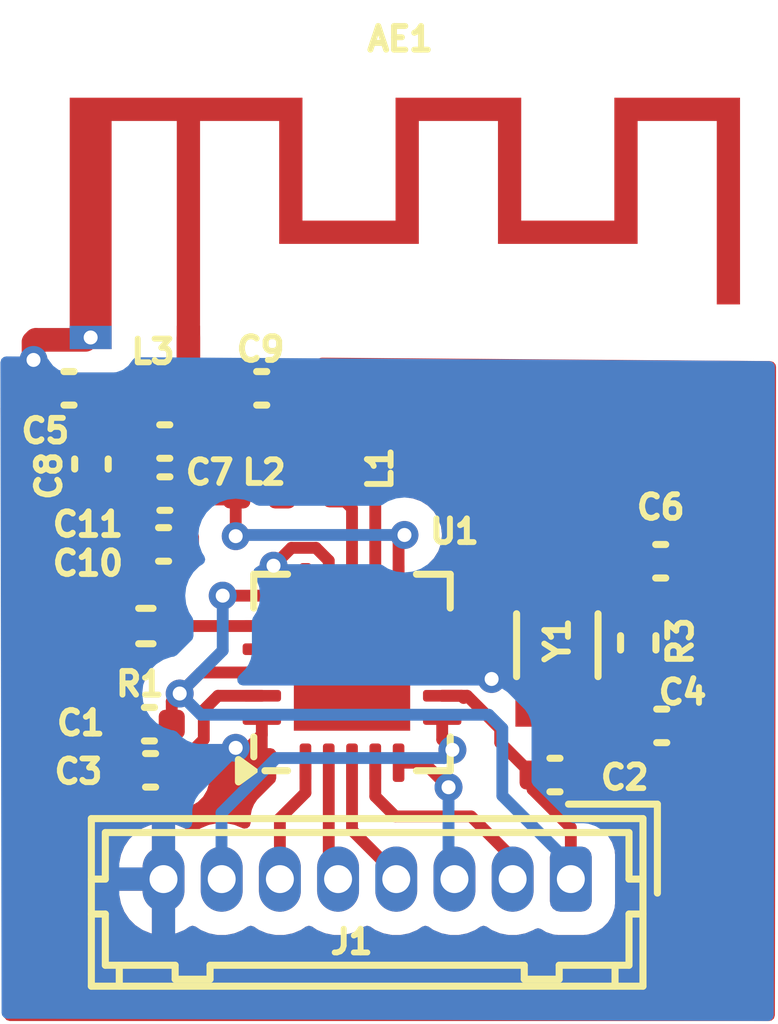
<source format=kicad_pcb>
(kicad_pcb (version 20240108) (generator "pcbnew") (generator_version "8.0")
  (layers (0 "F.Cu" signal) (31 "B.Cu" signal) (34 "B.Paste" user) (35 "F.Paste" user) (36 "B.SilkS" user "B.Silkscreen") (37 "F.SilkS" user "F.Silkscreen") (38 "B.Mask" user) (39 "F.Mask" user) (44 "Edge.Cuts" user))
  (net 0 "")
  (net 1 "Net-(AE1-A)")
  (net 2 "VDD")
  (net 3 "GND")
  (net 4 "Net-(U1-DVDD)")
  (net 5 "Net-(U1-XC2)")
  (net 6 "Net-(C5-Pad2)")
  (net 7 "Net-(U1-XC1)")
  (net 8 "Net-(C7-Pad1)")
  (net 9 "Net-(U1-VDD_PA)")
  (net 10 "Net-(J1-Pin_4)")
  (net 11 "Net-(J1-Pin_5)")
  (net 12 "Net-(J1-Pin_2)")
  (net 13 "Net-(J1-Pin_3)")
  (net 14 "Net-(U1-ANT2)")
  (net 15 "Net-(U1-ANT1)")
  (net 16 "Net-(U1-IREF)")
  (net 17 "Net-(J1-Pin_6)")
  (net 18 "Net-(J1-Pin_7)")
  (footprint "Capacitor_SMD:C_0402_1005Metric" (layer "F.Cu") (at 146.939 96.4946 180)
    (property "Reference" "C3" (at 1.5494 -0.0254 360) (layer "F.SilkS") (effects (font (size 0.508 0.508) (thickness 0.1524))))
    (property "Value" "33nF")
    (fp_line (start -0.107836 0.36) (end 0.107836 0.36) (stroke (width 0.1524)) (layer "F.SilkS"))
    (fp_line (start -0.107836 -0.36) (end 0.107836 -0.36) (stroke (width 0.1524)) (layer "F.SilkS"))
    (pad "1" smd roundrect (at -0.48 0 180) (size 0.56 0.62) (layers "F.Cu" "F.Paste" "F.Mask") (net 4 "Net-(U1-DVDD)"))
    (pad "2" smd roundrect (at 0.48 0 180) (size 0.56 0.62) (layers "F.Cu" "F.Paste" "F.Mask") (net 3 "GND"))
  )
  (footprint "Capacitor_SMD:C_0402_1005Metric" (layer "F.Cu") (at 157.9201 95.5402)
    (property "Reference" "C4" (at 0.4489 -0.722 360) (layer "F.SilkS") (effects (font (size 0.508 0.508) (thickness 0.1524))))
    (property "Value" "22p")
    (fp_line (start -0.107836 -0.36) (end 0.107836 -0.36) (stroke (width 0.1524)) (layer "F.SilkS"))
    (fp_line (start -0.107836 0.36) (end 0.107836 0.36) (stroke (width 0.1524)) (layer "F.SilkS"))
    (pad "1" smd roundrect (at -0.48 0) (size 0.56 0.62) (layers "F.Cu" "F.Paste" "F.Mask") (net 5 "Net-(U1-XC2)"))
    (pad "2" smd roundrect (at 0.48 0) (size 0.56 0.62) (layers "F.Cu" "F.Paste" "F.Mask") (net 3 "GND"))
  )
  (footprint "Capacitor_SMD:C_0402_1005Metric" (layer "F.Cu") (at 146.9136 95.504)
    (property "Reference" "C1" (at -1.4732 -0.0254 360) (layer "F.SilkS") (effects (font (size 0.508 0.508) (thickness 0.1524))))
    (property "Value" "10nF")
    (fp_line (start -0.107836 -0.36) (end 0.107836 -0.36) (stroke (width 0.1524)) (layer "F.SilkS"))
    (fp_line (start -0.107836 0.36) (end 0.107836 0.36) (stroke (width 0.1524)) (layer "F.SilkS"))
    (pad "1" smd roundrect (at -0.48 0) (size 0.56 0.62) (layers "F.Cu" "F.Paste" "F.Mask") (net 3 "GND"))
    (pad "2" smd roundrect (at 0.48 0) (size 0.56 0.62) (layers "F.Cu" "F.Paste" "F.Mask") (net 2 "VDD"))
  )
  (footprint "Capacitor_SMD:C_0402_1005Metric" (layer "F.Cu") (at 157.8978 92.0044)
    (property "Reference" "C6" (at 0 -1.16 360) (layer "F.SilkS") (effects (font (size 0.508 0.508) (thickness 0.1524))))
    (property "Value" "22p")
    (fp_line (start -0.107836 -0.36) (end 0.107836 -0.36) (stroke (width 0.1524)) (layer "F.SilkS"))
    (fp_line (start -0.107836 0.36) (end 0.107836 0.36) (stroke (width 0.1524)) (layer "F.SilkS"))
    (pad "1" smd roundrect (at -0.48 0) (size 0.56 0.62) (layers "F.Cu" "F.Paste" "F.Mask") (net 7 "Net-(U1-XC1)"))
    (pad "2" smd roundrect (at 0.48 0) (size 0.56 0.62) (layers "F.Cu" "F.Paste" "F.Mask") (net 3 "GND"))
  )
  (footprint "Crystal:Crystal_SMD_3215-2Pin_3.2x1.5mm" (layer "F.Cu") (at 155.6766 93.8076 -90)
    (property "Reference" "Y1" (at -0.107 0 90) (layer "F.SilkS") (effects (font (size 0.508 0.508) (thickness 0.1524))))
    (property "Value" "16MHz")
    (fp_line (start -0.675 0.875) (end 0.675 0.875) (stroke (width 0.1524)) (layer "F.SilkS"))
    (fp_line (start -0.675 -0.875) (end 0.675 -0.875) (stroke (width 0.1524)) (layer "F.SilkS"))
    (pad "1" smd rect (at 1.25 0 270) (size 1 1.8) (layers "F.Cu" "F.Paste" "F.Mask") (net 5 "Net-(U1-XC2)"))
    (pad "2" smd rect (at -1.25 0 270) (size 1 1.8) (layers "F.Cu" "F.Paste" "F.Mask") (net 7 "Net-(U1-XC1)"))
  )
  (footprint "Capacitor_SMD:C_0402_1005Metric" (layer "F.Cu") (at 155.6258 96.5962 180)
    (property "Reference" "C2" (at -1.4986 -0.0508 360) (layer "F.SilkS") (effects (font (size 0.508 0.508) (thickness 0.1524))))
    (property "Value" "1nF")
    (fp_line (start -0.107836 0.36) (end 0.107836 0.36) (stroke (width 0.1524)) (layer "F.SilkS"))
    (fp_line (start -0.107836 -0.36) (end 0.107836 -0.36) (stroke (width 0.1524)) (layer "F.SilkS"))
    (pad "1" smd roundrect (at -0.48 0 180) (size 0.56 0.62) (layers "F.Cu" "F.Paste" "F.Mask") (net 3 "GND"))
    (pad "2" smd roundrect (at 0.48 0 180) (size 0.56 0.62) (layers "F.Cu" "F.Paste" "F.Mask") (net 2 "VDD"))
  )
  (footprint "Capacitor_SMD:C_0402_1005Metric" (layer "F.Cu") (at 149.3266 88.2904 180)
    (property "Reference" "C9" (at 0.0254 0.8382 360) (layer "F.SilkS") (effects (font (size 0.508 0.508) (thickness 0.1524))))
    (property "Value" "Cx")
    (fp_line (start -0.107836 0.36) (end 0.107836 0.36) (stroke (width 0.1524)) (layer "F.SilkS"))
    (fp_line (start -0.107836 -0.36) (end 0.107836 -0.36) (stroke (width 0.1524)) (layer "F.SilkS"))
    (pad "1" smd roundrect (at -0.48 0 180) (size 0.56 0.62) (layers "F.Cu" "F.Paste" "F.Mask") (net 3 "GND"))
    (pad "2" smd roundrect (at 0.48 0 180) (size 0.56 0.62) (layers "F.Cu" "F.Paste" "F.Mask") (net 1 "Net-(AE1-A)"))
  )
  (footprint "Connector_Hirose:Hirose_DF13-08P-1.25DSA_1x08_P1.25mm_Vertical" (layer "F.Cu") (at 155.9668 98.8314 180)
    (property "Reference" "J1" (at 4.7098 -1.3462 360) (layer "F.SilkS") (effects (font (size 0.508 0.508) (thickness 0.1524))))
    (property "Value" "Conn_01x08_Pin")
    (fp_line (start 10.3 1.3) (end 10.3 -2.3) (stroke (width 0.1524)) (layer "F.SilkS"))
    (fp_line (start 10.3 -0.75) (end 10 -0.75) (stroke (width 0.1524)) (layer "F.SilkS"))
    (fp_line (start 10.3 -2.3) (end -1.55 -2.3) (stroke (width 0.1524)) (layer "F.SilkS"))
    (fp_line (start 10 1) (end 10 0) (stroke (width 0.1524)) (layer "F.SilkS"))
    (fp_line (start 10 0) (end 10.3 0) (stroke (width 0.1524)) (layer "F.SilkS"))
    (fp_line (start 10 -0.75) (end 10 -1.85) (stroke (width 0.1524)) (layer "F.SilkS"))
    (fp_line (start 10 -1.85) (end 9.7 -1.85) (stroke (width 0.1524)) (layer "F.SilkS"))
    (fp_line (start 9.7 -1.85) (end 9.7 -2.3) (stroke (width 0.1524)) (layer "F.SilkS"))
    (fp_line (start 8.5 -1.85) (end 9.7 -1.85) (stroke (width 0.1524)) (layer "F.SilkS"))
    (fp_line (start 8.5 -2.15) (end 8.5 -1.85) (stroke (width 0.1524)) (layer "F.SilkS"))
    (fp_line (start 7.75 -1.85) (end 7.75 -2.15) (stroke (width 0.1524)) (layer "F.SilkS"))
    (fp_line (start 7.75 -2.15) (end 8.5 -2.15) (stroke (width 0.1524)) (layer "F.SilkS"))
    (fp_line (start 1 -1.85) (end 7.75 -1.85) (stroke (width 0.1524)) (layer "F.SilkS"))
    (fp_line (start 1 -2.15) (end 1 -1.85) (stroke (width 0.1524)) (layer "F.SilkS"))
    (fp_line (start 0.25 -1.85) (end 0.25 -2.15) (stroke (width 0.1524)) (layer "F.SilkS"))
    (fp_line (start 0.25 -2.15) (end 1 -2.15) (stroke (width 0.1524)) (layer "F.SilkS"))
    (fp_line (start -0.95 -1.85) (end 0.25 -1.85) (stroke (width 0.1524)) (layer "F.SilkS"))
    (fp_line (start -0.95 -1.85) (end -0.95 -2.3) (stroke (width 0.1524)) (layer "F.SilkS"))
    (fp_line (start -1.25 1) (end 10 1) (stroke (width 0.1524)) (layer "F.SilkS"))
    (fp_line (start -1.25 0) (end -1.25 1) (stroke (width 0.1524)) (layer "F.SilkS"))
    (fp_line (start -1.25 -0.75) (end -1.25 -1.85) (stroke (width 0.1524)) (layer "F.SilkS"))
    (fp_line (start -1.25 -1.85) (end -0.95 -1.85) (stroke (width 0.1524)) (layer "F.SilkS"))
    (fp_line (start -1.55 1.3) (end 10.3 1.3) (stroke (width 0.1524)) (layer "F.SilkS"))
    (fp_line (start -1.55 0) (end -1.25 0) (stroke (width 0.1524)) (layer "F.SilkS"))
    (fp_line (start -1.55 -0.75) (end -1.25 -0.75) (stroke (width 0.1524)) (layer "F.SilkS"))
    (fp_line (start -1.55 -2.3) (end -1.55 1.3) (stroke (width 0.1524)) (layer "F.SilkS"))
    (fp_line (start -1.86 1.61) (end 0.05 1.61) (stroke (width 0.1524)) (layer "F.SilkS"))
    (fp_line (start -1.86 -0.3) (end -1.86 1.61) (stroke (width 0.1524)) (layer "F.SilkS"))
    (pad "1" thru_hole roundrect (at 0 0 180) (size 0.9 1.4) (drill 0.6) (layers "*.Cu" "*.Mask") (net 2 "VDD"))
    (pad "2" thru_hole oval (at 1.25 0 180) (size 0.9 1.4) (drill 0.6) (layers "*.Cu" "*.Mask") (net 12 "Net-(J1-Pin_2)"))
    (pad "3" thru_hole oval (at 2.5 0 180) (size 0.9 1.4) (drill 0.6) (layers "*.Cu" "*.Mask") (net 13 "Net-(J1-Pin_3)"))
    (pad "4" thru_hole oval (at 3.75 0 180) (size 0.9 1.4) (drill 0.6) (layers "*.Cu" "*.Mask") (net 10 "Net-(J1-Pin_4)"))
    (pad "5" thru_hole oval (at 5 0 180) (size 0.9 1.4) (drill 0.6) (layers "*.Cu" "*.Mask") (net 11 "Net-(J1-Pin_5)"))
    (pad "6" thru_hole oval (at 6.25 0 180) (size 0.9 1.4) (drill 0.6) (layers "*.Cu" "*.Mask") (net 17 "Net-(J1-Pin_6)"))
    (pad "7" thru_hole oval (at 7.5 0 180) (size 0.9 1.4) (drill 0.6) (layers "*.Cu" "*.Mask") (net 18 "Net-(J1-Pin_7)"))
    (pad "8" thru_hole oval (at 8.75 0 180) (size 0.9 1.4) (drill 0.6) (layers "*.Cu" "*.Mask") (net 3 "GND"))
  )
  (footprint "Capacitor_SMD:C_0402_1005Metric" (layer "F.Cu") (at 145.669 89.916 90)
    (property "Reference" "C8" (at -0.254 -0.9144 90) (layer "F.SilkS") (effects (font (size 0.508 0.508) (thickness 0.1524))))
    (property "Value" "Cx")
    (fp_line (start -0.107836 -0.36) (end 0.107836 -0.36) (stroke (width 0.1524)) (layer "F.SilkS"))
    (fp_line (start -0.107836 0.36) (end 0.107836 0.36) (stroke (width 0.1524)) (layer "F.SilkS"))
    (pad "1" smd roundrect (at -0.48 0 90) (size 0.56 0.62) (layers "F.Cu" "F.Paste" "F.Mask") (net 3 "GND"))
    (pad "2" smd roundrect (at 0.48 0 90) (size 0.56 0.62) (layers "F.Cu" "F.Paste" "F.Mask") (net 6 "Net-(C5-Pad2)"))
  )
  (footprint "Capacitor_SMD:C_0402_1005Metric" (layer "F.Cu") (at 145.1864 88.2904)
    (property "Reference" "C5" (at -0.508 0.9144 360) (layer "F.SilkS") (effects (font (size 0.508 0.508) (thickness 0.1524))))
    (property "Value" "1pF")
    (fp_line (start -0.107836 -0.36) (end 0.107836 -0.36) (stroke (width 0.1524)) (layer "F.SilkS"))
    (fp_line (start -0.107836 0.36) (end 0.107836 0.36) (stroke (width 0.1524)) (layer "F.SilkS"))
    (pad "1" smd roundrect (at -0.48 0) (size 0.56 0.62) (layers "F.Cu" "F.Paste" "F.Mask") (net 3 "GND"))
    (pad "2" smd roundrect (at 0.48 0) (size 0.56 0.62) (layers "F.Cu" "F.Paste" "F.Mask") (net 6 "Net-(C5-Pad2)"))
  )
  (footprint "Package_DFN_QFN:QFN-20-1EP_4x4mm_P0.5mm_EP2.5x2.5mm" (layer "F.Cu") (at 151.2664 94.3935 90)
    (property "Reference" "U1" (at 3.0297 2.2004 180) (layer "F.SilkS") (effects (font (size 0.508 0.508) (thickness 0.1524))))
    (property "Value" "NRF24L01")
    (fp_line (start 2.11 -2.11) (end 2.11 -1.385) (stroke (width 0.1524)) (layer "F.SilkS"))
    (fp_line (start 1.385 -2.11) (end 2.11 -2.11) (stroke (width 0.1524)) (layer "F.SilkS"))
    (fp_line (start -1.385 -2.11) (end -1.81 -2.11) (stroke (width 0.1524)) (layer "F.SilkS"))
    (fp_line (start -2.11 -1.385) (end -2.11 -1.87) (stroke (width 0.1524)) (layer "F.SilkS"))
    (fp_line (start 2.11 2.11) (end 2.11 1.385) (stroke (width 0.1524)) (layer "F.SilkS"))
    (fp_line (start 1.385 2.11) (end 2.11 2.11) (stroke (width 0.1524)) (layer "F.SilkS"))
    (fp_line (start -1.385 2.11) (end -2.11 2.11) (stroke (width 0.1524)) (layer "F.SilkS"))
    (fp_line (start -2.11 2.11) (end -2.11 1.385) (stroke (width 0.1524)) (layer "F.SilkS"))
    (fp_poly (pts (xy -2.11 -2.11) (xy -2.35 -2.44) (xy -1.87 -2.44) (xy -2.11 -2.11)) (stroke (width 0.1524)) (fill solid) (layer "F.SilkS"))
    (pad "1" smd roundrect (at -1.9375 -1 90) (size 0.825 0.25) (layers "F.Cu" "F.Paste" "F.Mask") (net 17 "Net-(J1-Pin_6)"))
    (pad "2" smd roundrect (at -1.9375 -0.5 90) (size 0.825 0.25) (layers "F.Cu" "F.Paste" "F.Mask") (net 11 "Net-(J1-Pin_5)"))
    (pad "3" smd roundrect (at -1.9375 0 90) (size 0.825 0.25) (layers "F.Cu" "F.Paste" "F.Mask") (net 10 "Net-(J1-Pin_4)"))
    (pad "4" smd roundrect (at -1.9375 0.5 90) (size 0.825 0.25) (layers "F.Cu" "F.Paste" "F.Mask") (net 12 "Net-(J1-Pin_2)"))
    (pad "5" smd roundrect (at -1.9375 1 90) (size 0.825 0.25) (layers "F.Cu" "F.Paste" "F.Mask") (net 13 "Net-(J1-Pin_3)"))
    (pad "6" smd roundrect (at -1 1.9375 90) (size 0.25 0.825) (layers "F.Cu" "F.Paste" "F.Mask") (net 18 "Net-(J1-Pin_7)"))
    (pad "7" smd roundrect (at -0.5 1.9375 90) (size 0.25 0.825) (layers "F.Cu" "F.Paste" "F.Mask") (net 2 "VDD"))
    (pad "8" smd roundrect (at 0 1.9375 90) (size 0.25 0.825) (layers "F.Cu" "F.Paste" "F.Mask") (net 3 "GND"))
    (pad "9" smd roundrect (at 0.5 1.9375 90) (size 0.25 0.825) (layers "F.Cu" "F.Paste" "F.Mask") (net 5 "Net-(U1-XC2)"))
    (pad "10" smd roundrect (at 1 1.9375 90) (size 0.25 0.825) (layers "F.Cu" "F.Paste" "F.Mask") (net 7 "Net-(U1-XC1)"))
    (pad "11" smd roundrect (at 1.9375 1 90) (size 0.825 0.25) (layers "F.Cu" "F.Paste" "F.Mask") (net 9 "Net-(U1-VDD_PA)"))
    (pad "12" smd roundrect (at 1.9375 0.5 90) (size 0.825 0.25) (layers "F.Cu" "F.Paste" "F.Mask") (net 15 "Net-(U1-ANT1)"))
    (pad "13" smd roundrect (at 1.9375 0 90) (size 0.825 0.25) (layers "F.Cu" "F.Paste" "F.Mask") (net 14 "Net-(U1-ANT2)"))
    (pad "14" smd roundrect (at 1.9375 -0.5 90) (size 0.825 0.25) (layers "F.Cu" "F.Paste" "F.Mask") (net 3 "GND"))
    (pad "15" smd roundrect (at 1.9375 -1 90) (size 0.825 0.25) (layers "F.Cu" "F.Paste" "F.Mask") (net 2 "VDD"))
    (pad "16" smd roundrect (at 1 -1.9375 90) (size 0.25 0.825) (layers "F.Cu" "F.Paste" "F.Mask") (net 16 "Net-(U1-IREF)"))
    (pad "17" smd roundrect (at 0.5 -1.9375 90) (size 0.25 0.825) (layers "F.Cu" "F.Paste" "F.Mask") (net 3 "GND"))
    (pad "18" smd roundrect (at 0 -1.9375 90) (size 0.25 0.825) (layers "F.Cu" "F.Paste" "F.Mask") (net 2 "VDD"))
    (pad "19" smd roundrect (at -0.5 -1.9375 90) (size 0.25 0.825) (layers "F.Cu" "F.Paste" "F.Mask") (net 4 "Net-(U1-DVDD)"))
    (pad "20" smd roundrect (at -1 -1.9375 90) (size 0.25 0.825) (layers "F.Cu" "F.Paste" "F.Mask") (net 3 "GND"))
    (pad "21" smd rect (at 0 0 90) (size 2.5 2.5) (property pad_prop_heatsink) (layers "F.Cu" "F.Mask"))
  )
  (footprint "Inductor_SMD:L_0402_1005Metric" (layer "F.Cu") (at 149.3266 89.4842 180)
    (property "Reference" "L2" (at -0.0508 -0.6096 360) (layer "F.SilkS") (effects (font (size 0.508 0.508) (thickness 0.1524))))
    (property "Value" "3.9n")
    (pad "1" smd roundrect (at -0.485 0 180) (size 0.59 0.64) (layers "F.Cu" "F.Paste" "F.Mask") (net 15 "Net-(U1-ANT1)"))
    (pad "2" smd roundrect (at 0.485 0 180) (size 0.59 0.64) (layers "F.Cu" "F.Paste" "F.Mask") (net 8 "Net-(C7-Pad1)"))
  )
  (footprint "Capacitor_SMD:C_0402_1005Metric" (layer "F.Cu") (at 147.2438 89.4334 180)
    (property "Reference" "C7" (at -0.9652 -0.6604 360) (layer "F.SilkS") (effects (font (size 0.508 0.508) (thickness 0.1524))))
    (property "Value" "1.5pF")
    (fp_line (start -0.107836 0.36) (end 0.107836 0.36) (stroke (width 0.1524)) (layer "F.SilkS"))
    (fp_line (start -0.107836 -0.36) (end 0.107836 -0.36) (stroke (width 0.1524)) (layer "F.SilkS"))
    (pad "1" smd roundrect (at -0.48 0 180) (size 0.56 0.62) (layers "F.Cu" "F.Paste" "F.Mask") (net 8 "Net-(C7-Pad1)"))
    (pad "2" smd roundrect (at 0.48 0 180) (size 0.56 0.62) (layers "F.Cu" "F.Paste" "F.Mask") (net 6 "Net-(C5-Pad2)"))
  )
  (footprint "Resistor_SMD:R_0402_1005Metric" (layer "F.Cu") (at 146.8374 93.3958 180)
    (property "Reference" "R1" (at 0.127 -1.2446 360) (layer "F.SilkS") (effects (font (size 0.508 0.508) (thickness 0.1524))))
    (property "Value" "22K")
    (fp_line (start -0.153641 0.38) (end 0.153641 0.38) (stroke (width 0.1524)) (layer "F.SilkS"))
    (fp_line (start -0.153641 -0.38) (end 0.153641 -0.38) (stroke (width 0.1524)) (layer "F.SilkS"))
    (pad "1" smd roundrect (at -0.51 0 180) (size 0.54 0.64) (layers "F.Cu" "F.Paste" "F.Mask") (net 16 "Net-(U1-IREF)"))
    (pad "2" smd roundrect (at 0.51 0 180) (size 0.54 0.64) (layers "F.Cu" "F.Paste" "F.Mask") (net 3 "GND"))
  )
  (footprint "Inductor_SMD:L_0402_1005Metric" (layer "F.Cu") (at 147.3176 88.3158)
    (property "Reference" "L3" (at -0.3278 -0.8128 360) (layer "F.SilkS") (effects (font (size 0.508 0.508) (thickness 0.1524))))
    (property "Value" "Lx")
    (pad "1" smd roundrect (at -0.485 0) (size 0.59 0.64) (layers "F.Cu" "F.Paste" "F.Mask") (net 6 "Net-(C5-Pad2)"))
    (pad "2" smd roundrect (at 0.485 0) (size 0.59 0.64) (layers "F.Cu" "F.Paste" "F.Mask") (net 1 "Net-(AE1-A)"))
  )
  (footprint "Capacitor_SMD:C_0402_1005Metric" (layer "F.Cu") (at 147.2184 91.6432 180)
    (property "Reference" "C10" (at 1.6256 -0.4064 360) (layer "F.SilkS") (effects (font (size 0.508 0.508) (thickness 0.1524))))
    (property "Value" "Cx")
    (fp_line (start -0.107836 0.36) (end 0.107836 0.36) (stroke (width 0.1524)) (layer "F.SilkS"))
    (fp_line (start -0.107836 -0.36) (end 0.107836 -0.36) (stroke (width 0.1524)) (layer "F.SilkS"))
    (pad "1" smd roundrect (at -0.48 0 180) (size 0.56 0.62) (layers "F.Cu" "F.Paste" "F.Mask") (net 9 "Net-(U1-VDD_PA)"))
    (pad "2" smd roundrect (at 0.48 0 180) (size 0.56 0.62) (layers "F.Cu" "F.Paste" "F.Mask") (net 3 "GND"))
  )
  (footprint "Inductor_SMD:L_0402_1005Metric" (layer "F.Cu") (at 150.9522 90.0684 -90)
    (property "Reference" "L1" (at -0.0508 -0.9144 90) (layer "F.SilkS") (effects (font (size 0.508 0.508) (thickness 0.1524))))
    (property "Value" "8.2nH")
    (pad "1" smd roundrect (at -0.485 0 270) (size 0.59 0.64) (layers "F.Cu" "F.Paste" "F.Mask") (net 15 "Net-(U1-ANT1)"))
    (pad "2" smd roundrect (at 0.485 0 270) (size 0.59 0.64) (layers "F.Cu" "F.Paste" "F.Mask") (net 14 "Net-(U1-ANT2)"))
  )
  (footprint "Inductor_SMD:L_0402_1005Metric" (layer "F.Cu") (at 149.2734 90.551 180)
    (property "Reference" "L4" (hide yes))
    (property "Value" "2.7n")
    (pad "1" smd roundrect (at -0.485 0 180) (size 0.59 0.64) (layers "F.Cu" "F.Paste" "F.Mask") (net 14 "Net-(U1-ANT2)"))
    (pad "2" smd roundrect (at 0.485 0 180) (size 0.59 0.64) (layers "F.Cu" "F.Paste" "F.Mask") (net 9 "Net-(U1-VDD_PA)"))
  )
  (footprint "Capacitor_SMD:C_0402_1005Metric" (layer "F.Cu") (at 147.2464 90.551 180)
    (property "Reference" "C11" (at 1.6536 -0.6604 360) (layer "F.SilkS") (effects (font (size 0.508 0.508) (thickness 0.1524))))
    (property "Value" "Cx")
    (fp_line (start -0.107836 0.36) (end 0.107836 0.36) (stroke (width 0.1524)) (layer "F.SilkS"))
    (fp_line (start -0.107836 -0.36) (end 0.107836 -0.36) (stroke (width 0.1524)) (layer "F.SilkS"))
    (pad "1" smd roundrect (at -0.48 0 180) (size 0.56 0.62) (layers "F.Cu" "F.Paste" "F.Mask") (net 9 "Net-(U1-VDD_PA)"))
    (pad "2" smd roundrect (at 0.48 0 180) (size 0.56 0.62) (layers "F.Cu" "F.Paste" "F.Mask") (net 3 "GND"))
  )
  (footprint "Resistor_SMD:R_0402_1005Metric" (layer "F.Cu") (at 157.4152 93.757 90)
    (property "Reference" "R3" (at 0.031 0.903 90) (layer "F.SilkS") (effects (font (size 0.508 0.508) (thickness 0.1524))))
    (property "Value" "10M")
    (fp_line (start -0.153641 -0.38) (end 0.153641 -0.38) (stroke (width 0.1524)) (layer "F.SilkS"))
    (fp_line (start -0.153641 0.38) (end 0.153641 0.38) (stroke (width 0.1524)) (layer "F.SilkS"))
    (pad "1" smd roundrect (at -0.51 0 90) (size 0.54 0.64) (layers "F.Cu" "F.Paste" "F.Mask") (net 5 "Net-(U1-XC2)"))
    (pad "2" smd roundrect (at 0.51 0 90) (size 0.54 0.64) (layers "F.Cu" "F.Paste" "F.Mask") (net 7 "Net-(U1-XC1)"))
  )
  (footprint "RF_Antenna:Texas_SWRA117D_2.4GHz_Right" (layer "F.Cu") (at 147.7518 87.1982)
    (property "Reference" "AE1" (at 4.55 -6.41 0) (layer "F.SilkS") (effects (font (size 0.508 0.508) (thickness 0.1524))))
    (property "Value" "Antenna")
    (fp_poly (pts (xy 2.45 -2.51) (xy 4.45 -2.51) (xy 4.45 -5.15) (xy 7.15 -5.15) (xy 7.15 -2.51) (xy 9.15 -2.51) (xy 9.15 -5.15) (xy 11.85 -5.15) (xy 11.85 -0.71) (xy 11.35 -0.71) (xy 11.35 -4.65) (xy 9.65 -4.65) (xy 9.65 -2.01) (xy 6.65 -2.01) (xy 6.65 -4.65) (xy 4.95 -4.65) (xy 4.95 -2.01) (xy 1.95 -2.01) (xy 1.95 -4.65) (xy 0.25 -4.65) (xy 0.25 0.25) (xy -0.25 0.25) (xy -0.25 -4.65) (xy -1.65 -4.65) (xy -1.65 0.25) (xy -2.55 0.25) (xy -2.55 0.006785) (xy -2.247583 0.006785) (xy -2.237742 0.054395) (xy -2.213674 0.096797) (xy -2.175731 0.129581) (xy -2.167819 0.133935) (xy -2.125156 0.146043) (xy -2.076637 0.1453) (xy -2.031122 0.1324) (xy -2.012511 0.121787) (xy -1.978868 0.086553) (xy -1.958309 0.041368) (xy -1.951778 -0.008158) (xy -1.960218 -0.056417) (xy -1.977112 -0.088643) (xy -2.012372 -0.121313) (xy -2.057682 -0.141408) (xy -2.107267 -0.147982) (xy -2.155353 -0.140092) (xy -2.188245 -0.123186) (xy -2.223185 -0.086416) (xy -2.242847 -0.041622) (xy -2.247583 0.006785) (xy -2.55 0.006785) (xy -2.55 -5.15) (xy 2.45 -5.15) (xy 2.45 -2.51)) (fill solid) (layer "F.Cu"))
    (pad "1" connect rect (at 0 0) (size 0.5 0.5) (layers "F.Cu") (net 1 "Net-(AE1-A)"))
    (pad "2" thru_hole rect (at -2.1 0) (size 0.9 0.5) (drill 0.3) (layers "*.Cu"))
  )
  (segment (start 147.7518 88.265) (end 147.8026 88.3158) (width 0.508) (layer "F.Cu") (net 1))
  (segment (start 147.7518 87.1982) (end 147.7518 88.265) (width 0.508) (layer "F.Cu") (net 1))
  (segment (start 147.85 88.2684) (end 147.8026 88.3158) (width 0.508) (layer "F.Cu") (net 1))
  (segment (start 148.8466 88.2904) (end 147.828 88.2904) (width 0.508) (layer "F.Cu") (net 1))
  (segment (start 147.828 88.2904) (end 147.8026 88.3158) (width 0.508) (layer "F.Cu") (net 1))
  (segment (start 149.979 92.7434) (end 150.2664 92.456) (width 0.254) (layer "F.Cu") (net 2))
  (segment (start 155.1458 96.906199) (end 155.9668 97.727199) (width 0.254) (layer "F.Cu") (net 2))
  (segment (start 155.9668 97.727199) (end 155.9668 98.8314) (width 0.254) (layer "F.Cu") (net 2))
  (segment (start 153.739075 94.8935) (end 154.4496 95.604025) (width 0.254) (layer "F.Cu") (net 2))
  (segment (start 154.4496 95.9) (end 155.1458 96.5962) (width 0.254) (layer "F.Cu") (net 2))
  (segment (start 153.6183 94.8935) (end 153.6663 94.9415) (width 0.254) (layer "F.Cu") (net 2))
  (segment (start 154.4496 95.604025) (end 154.4496 95.9) (width 0.254) (layer "F.Cu") (net 2))
  (segment (start 148.4884 92.7434) (end 149.979 92.7434) (width 0.254) (layer "F.Cu") (net 2))
  (segment (start 155.1458 96.5962) (end 155.1458 96.906199) (width 0.254) (layer "F.Cu") (net 2))
  (segment (start 147.3936 95.504) (end 147.3936 95.016075) (width 0.254) (layer "F.Cu") (net 2))
  (segment (start 147.564532 94.845143) (end 148.016175 94.3935) (width 0.254) (layer "F.Cu") (net 2))
  (segment (start 153.2039 94.8935) (end 153.739075 94.8935) (width 0.254) (layer "F.Cu") (net 2))
  (segment (start 153.2039 94.8935) (end 153.6183 94.8935) (width 0.254) (layer "F.Cu") (net 2))
  (segment (start 148.016175 94.3935) (end 149.3289 94.3935) (width 0.254) (layer "F.Cu") (net 2))
  (segment (start 147.3936 95.016075) (end 147.564532 94.845143) (width 0.254) (layer "F.Cu") (net 2))
  (via (at 147.564532 94.845143) (size 0.6) (drill 0.3) (layers "F.Cu" "B.Cu") (net 2))
  (via (at 148.4884 92.7434) (size 0.6) (drill 0.3) (layers "F.Cu" "B.Cu") (net 2))
  (segment (start 154.2034 95.3008) (end 154.495625 95.593025) (width 0.254) (layer "B.Cu") (net 2))
  (segment (start 155.9668 98.512) (end 155.9668 98.8314) (width 0.254) (layer "B.Cu") (net 2))
  (segment (start 154.495625 95.593025) (end 154.495625 97.040825) (width 0.254) (layer "B.Cu") (net 2))
  (segment (start 148.4884 93.921275) (end 148.4884 92.7434) (width 0.254) (layer "B.Cu") (net 2))
  (segment (start 147.564532 94.845143) (end 148.020189 95.3008) (width 0.254) (layer "B.Cu") (net 2))
  (segment (start 147.564532 94.845143) (end 148.4884 93.921275) (width 0.254) (layer "B.Cu") (net 2))
  (segment (start 148.020189 95.3008) (end 154.2034 95.3008) (width 0.254) (layer "B.Cu") (net 2))
  (segment (start 154.495625 97.040825) (end 155.9668 98.512) (width 0.254) (layer "B.Cu") (net 2))
  (segment (start 149.3289 95.3935) (end 149.3289 95.7303) (width 0.254) (layer "F.Cu") (net 3))
  (segment (start 149.9645 91.7165) (end 149.5806 92.1004) (width 0.254) (layer "F.Cu") (net 3))
  (segment (start 144.4244 87.6808) (end 144.4244 87.2998) (width 0.508) (layer "F.Cu") (net 3))
  (segment (start 150.7664 91.990932) (end 150.491968 91.7165) (width 0.254) (layer "F.Cu") (net 3))
  (segment (start 144.4244 87.2998) (end 144.4752 87.249) (width 0.508) (layer "F.Cu") (net 3))
  (segment (start 150.491968 91.7165) (end 149.9645 91.7165) (width 0.254) (layer "F.Cu") (net 3))
  (segment (start 150.7664 92.456) (end 150.7664 91.990932) (width 0.254) (layer "F.Cu") (net 3))
  (segment (start 154.125787 94.3935) (end 153.2039 94.3935) (width 0.254) (layer "F.Cu") (net 3))
  (segment (start 149.3289 95.7303) (end 149.0472 96.012) (width 0.254) (layer "F.Cu") (net 3))
  (segment (start 154.265382 94.533095) (end 154.125787 94.3935) (width 0.254) (layer "F.Cu") (net 3))
  (segment (start 149.0472 96.012) (end 148.7678 96.012) (width 0.254) (layer "F.Cu") (net 3))
  (segment (start 144.4752 87.249) (end 145.542 87.249) (width 0.508) (layer "F.Cu") (net 3))
  (via (at 149.5806 92.1004) (size 0.6) (drill 0.3) (layers "F.Cu" "B.Cu") (net 3))
  (via (at 148.7678 96.012) (size 0.6) (drill 0.3) (layers "F.Cu" "B.Cu") (net 3))
  (via (at 144.4244 87.6808) (size 0.6) (drill 0.3) (layers "F.Cu" "B.Cu") (net 3))
  (via (at 154.265382 94.533095) (size 0.6) (drill 0.3) (layers "F.Cu" "B.Cu") (net 3))
  (segment (start 148.082 95.1992) (end 148.3877 94.8935) (width 0.254) (layer "F.Cu") (net 4))
  (segment (start 147.419 96.4946) (end 148.082 95.8316) (width 0.254) (layer "F.Cu") (net 4))
  (segment (start 148.082 95.8316) (end 148.082 95.1992) (width 0.254) (layer "F.Cu") (net 4))
  (segment (start 148.3877 94.8935) (end 149.3289 94.8935) (width 0.254) (layer "F.Cu") (net 4))
  (segment (start 156.6246 95.0576) (end 157.4152 94.267) (width 0.254) (layer "F.Cu") (net 5))
  (segment (start 154.5125 93.8935) (end 153.2039 93.8935) (width 0.254) (layer "F.Cu") (net 5))
  (segment (start 155.6766 95.0576) (end 156.6246 95.0576) (width 0.254) (layer "F.Cu") (net 5))
  (segment (start 155.6766 95.0576) (end 154.5125 93.8935) (width 0.254) (layer "F.Cu") (net 5))
  (segment (start 157.4401 94.2919) (end 157.4152 94.267) (width 0.254) (layer "F.Cu") (net 5))
  (segment (start 157.4401 95.5402) (end 157.4401 94.2919) (width 0.254) (layer "F.Cu") (net 5))
  (segment (start 145.6664 89.4334) (end 145.669 89.436) (width 0.508) (layer "F.Cu") (net 6))
  (segment (start 145.6664 89.4334) (end 145.6918 89.4588) (width 0.508) (layer "F.Cu") (net 6))
  (segment (start 146.7384 89.4588) (end 146.7638 89.4334) (width 0.508) (layer "F.Cu") (net 6))
  (segment (start 146.7638 89.4334) (end 145.6716 89.4334) (width 0.508) (layer "F.Cu") (net 6))
  (segment (start 146.8326 89.3646) (end 146.7638 89.4334) (width 0.508) (layer "F.Cu") (net 6))
  (segment (start 145.6664 88.2904) (end 145.6664 89.4334) (width 0.508) (layer "F.Cu") (net 6))
  (segment (start 145.6716 89.4334) (end 145.669 89.436) (width 0.508) (layer "F.Cu") (net 6))
  (segment (start 146.8326 88.3158) (end 146.8326 89.3646) (width 0.508) (layer "F.Cu") (net 6))
  (segment (start 156.8646 92.5576) (end 157.4178 92.0044) (width 0.254) (layer "F.Cu") (net 7))
  (segment (start 155.6766 92.5576) (end 156.8646 92.5576) (width 0.254) (layer "F.Cu") (net 7))
  (segment (start 157.4152 93.247) (end 157.4152 92.007) (width 0.254) (layer "F.Cu") (net 7))
  (segment (start 155.6766 92.5576) (end 154.8407 93.3935) (width 0.254) (layer "F.Cu") (net 7))
  (segment (start 154.8407 93.3935) (end 153.2039 93.3935) (width 0.254) (layer "F.Cu") (net 7))
  (segment (start 157.4152 92.007) (end 157.4178 92.0044) (width 0.254) (layer "F.Cu") (net 7))
  (segment (start 148.7908 89.4334) (end 148.8416 89.4842) (width 0.508) (layer "F.Cu") (net 8))
  (segment (start 147.7238 89.4334) (end 148.7908 89.4334) (width 0.508) (layer "F.Cu") (net 8))
  (segment (start 148.7884 90.551) (end 147.7264 90.551) (width 0.508) (layer "F.Cu") (net 9))
  (segment (start 152.2664 91.567) (end 152.3934 91.44) (width 0.254) (layer "F.Cu") (net 9))
  (segment (start 147.6984 91.6432) (end 147.6984 90.579) (width 0.508) (layer "F.Cu") (net 9))
  (segment (start 148.7678 90.5716) (end 148.7884 90.551) (width 0.254) (layer "F.Cu") (net 9))
  (segment (start 148.7678 91.4654) (end 148.7678 90.5716) (width 0.254) (layer "F.Cu") (net 9))
  (segment (start 152.2664 92.456) (end 152.2664 91.567) (width 0.254) (layer "F.Cu") (net 9))
  (segment (start 147.6984 90.579) (end 147.7264 90.551) (width 0.508) (layer "F.Cu") (net 9))
  (via (at 148.7678 91.4654) (size 0.6) (drill 0.3) (layers "F.Cu" "B.Cu") (net 9))
  (via (at 152.3934 91.44) (size 0.6) (drill 0.3) (layers "F.Cu" "B.Cu") (net 9))
  (segment (start 148.7932 91.44) (end 148.7678 91.4654) (width 0.254) (layer "B.Cu") (net 9))
  (segment (start 152.3934 91.44) (end 148.7932 91.44) (width 0.254) (layer "B.Cu") (net 9))
  (segment (start 151.2664 96.331) (end 151.2664 97.782156) (width 0.254) (layer "F.Cu") (net 10))
  (segment (start 152.2168 98.732556) (end 152.2168 98.8314) (width 0.254) (layer "F.Cu") (net 10))
  (segment (start 151.2664 97.782156) (end 152.2168 98.732556) (width 0.254) (layer "F.Cu") (net 10))
  (segment (start 150.7664 96.331) (end 150.7664 98.631) (width 0.254) (layer "F.Cu") (net 11))
  (segment (start 150.7664 98.631) (end 150.9668 98.8314) (width 0.254) (layer "F.Cu") (net 11))
  (segment (start 151.7664 96.331) (end 151.7664 97.0548) (width 0.254) (layer "F.Cu") (net 12))
  (segment (start 153.8246 97.4852) (end 154.7168 98.3774) (width 0.254) (layer "F.Cu") (net 12))
  (segment (start 154.7168 98.3774) (end 154.7168 98.8314) (width 0.254) (layer "F.Cu") (net 12))
  (segment (start 152.1968 97.4852) (end 153.8246 97.4852) (width 0.254) (layer "F.Cu") (net 12))
  (segment (start 151.7664 97.0548) (end 152.1968 97.4852) (width 0.254) (layer "F.Cu") (net 12))
  (segment (start 152.8126 96.331) (end 153.3398 96.8582) (width 0.254) (layer "F.Cu") (net 13))
  (segment (start 152.2664 96.331) (end 152.8126 96.331) (width 0.254) (layer "F.Cu") (net 13))
  (via (at 153.3398 96.8582) (size 0.6) (drill 0.3) (layers "F.Cu" "B.Cu") (net 13))
  (segment (start 153.3398 96.8582) (end 153.3398 98.7044) (width 0.254) (layer "B.Cu") (net 13))
  (segment (start 153.3398 98.7044) (end 153.4668 98.8314) (width 0.254) (layer "B.Cu") (net 13))
  (segment (start 151.2664 92.456) (end 151.2664 90.8676) (width 0.254) (layer "F.Cu") (net 14))
  (segment (start 151.2664 90.8676) (end 150.9522 90.5534) (width 0.254) (layer "F.Cu") (net 14))
  (segment (start 150.9498 90.551) (end 150.9522 90.5534) (width 0.508) (layer "F.Cu") (net 14))
  (segment (start 149.7584 90.551) (end 150.9498 90.551) (width 0.508) (layer "F.Cu") (net 14))
  (segment (start 150.853 89.4842) (end 150.9522 89.5834) (width 0.508) (layer "F.Cu") (net 15))
  (segment (start 149.8116 89.4842) (end 150.853 89.4842) (width 0.508) (layer "F.Cu") (net 15))
  (segment (start 151.7664 92.456) (end 151.7664 90.077601) (width 0.254) (layer "F.Cu") (net 15))
  (segment (start 151.272199 89.5834) (end 150.9522 89.5834) (width 0.254) (layer "F.Cu") (net 15))
  (segment (start 151.7664 90.077601) (end 151.272199 89.5834) (width 0.254) (layer "F.Cu") (net 15))
  (segment (start 147.3474 93.3958) (end 149.3266 93.3958) (width 0.254) (layer "F.Cu") (net 16))
  (segment (start 149.3266 93.3958) (end 149.3289 93.3935) (width 0.254) (layer "F.Cu") (net 16))
  (segment (start 150.2664 96.9772) (end 149.7168 97.5268) (width 0.254) (layer "F.Cu") (net 17))
  (segment (start 149.7168 97.5268) (end 149.7168 98.8314) (width 0.254) (layer "F.Cu") (net 17))
  (segment (start 150.2664 96.331) (end 150.2664 96.9772) (width 0.254) (layer "F.Cu") (net 17))
  (segment (start 153.2039 95.3935) (end 153.2039 95.835587) (width 0.254) (layer "F.Cu") (net 18))
  (segment (start 153.2039 95.835587) (end 153.423124 96.054811) (width 0.254) (layer "F.Cu") (net 18))
  (via (at 153.423124 96.054811) (size 0.6) (drill 0.3) (layers "F.Cu" "B.Cu") (net 18))
  (segment (start 153.246735 96.2312) (end 149.6408 96.2312) (width 0.254) (layer "B.Cu") (net 18))
  (segment (start 153.423124 96.054811) (end 153.246735 96.2312) (width 0.254) (layer "B.Cu") (net 18))
  (segment (start 148.463 98.8276) (end 148.4668 98.8314) (width 0.254) (layer "B.Cu") (net 18))
  (segment (start 149.6408 96.2312) (end 148.463 97.409) (width 0.254) (layer "B.Cu") (net 18))
  (segment (start 148.463 97.409) (end 148.463 98.8276) (width 0.254) (layer "B.Cu") (net 18))
  (zone (net 3) (net_name "GND") (layer "F.Cu") (priority 1) (connect_pads (clearance 0.5)) (min_thickness 0.25) (fill yes (thermal_gap 0.5) (thermal_bridge_width 0.5))
    (polygon (pts (xy 143.7132 87.6046) (xy 143.7894 101.8794) (xy 160.3502 101.8794) (xy 160.3756 87.7062) (xy 143.7386 87.5792)))
  )
  (zone (net 3) (net_name "GND") (layer "B.Cu") (connect_pads (clearance 0.5)) (min_thickness 0.25) (fill yes (thermal_gap 0.5) (thermal_bridge_width 0.5))
    (polygon (pts (xy 143.7132 87.6046) (xy 143.7386 101.8286) (xy 160.3248 101.8794) (xy 160.3502 87.7062)))
  )
)
</source>
